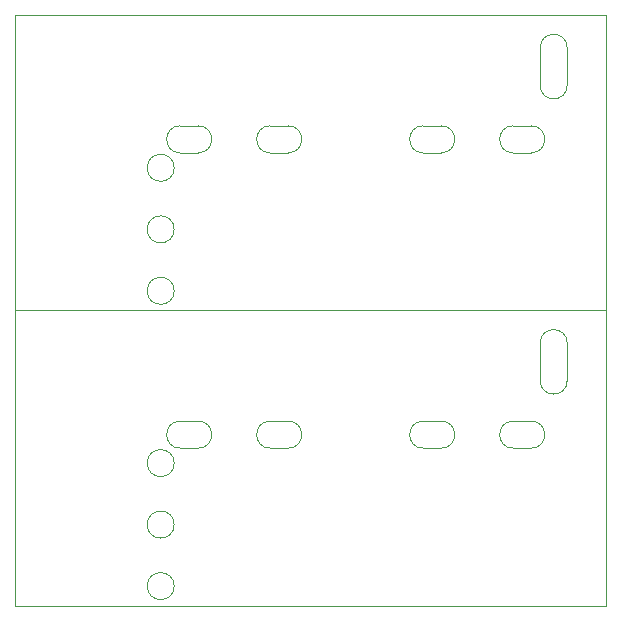
<source format=gbr>
%TF.GenerationSoftware,KiCad,Pcbnew,(5.1.10)-1*%
%TF.CreationDate,2022-01-17T19:26:09+07:00*%
%TF.ProjectId,Fan_controller_v3_pnlz1x2,46616e5f-636f-46e7-9472-6f6c6c65725f,rev?*%
%TF.SameCoordinates,Original*%
%TF.FileFunction,Profile,NP*%
%FSLAX46Y46*%
G04 Gerber Fmt 4.6, Leading zero omitted, Abs format (unit mm)*
G04 Created by KiCad (PCBNEW (5.1.10)-1) date 2022-01-17 19:26:09*
%MOMM*%
%LPD*%
G01*
G04 APERTURE LIST*
%TA.AperFunction,Profile*%
%ADD10C,0.100000*%
%TD*%
G04 APERTURE END LIST*
D10*
X127717000Y-97450000D02*
G75*
G02*
X125431000Y-97450000I-1143000J0D01*
G01*
X127717000Y-94275000D02*
X127717000Y-97450000D01*
X125431000Y-97450000D02*
X125431000Y-94275000D01*
X123145000Y-103165000D02*
G75*
G02*
X123145000Y-100879000I0J1143000D01*
G01*
X124669000Y-100879000D02*
G75*
G02*
X124669000Y-103165000I0J-1143000D01*
G01*
X123145000Y-100879000D02*
X124669000Y-100879000D01*
X123145000Y-103165000D02*
X124669000Y-103165000D01*
X115525000Y-100879000D02*
X117049000Y-100879000D01*
X115525000Y-103165000D02*
X117049000Y-103165000D01*
X115525000Y-103165000D02*
G75*
G02*
X115525000Y-100879000I0J1143000D01*
G01*
X117049000Y-100879000D02*
G75*
G02*
X117049000Y-103165000I0J-1143000D01*
G01*
X81000000Y-91500000D02*
X131000000Y-91500000D01*
X131000000Y-91500000D02*
X131000000Y-116500000D01*
X81000000Y-116500000D02*
X131000000Y-116500000D01*
X81000000Y-91500000D02*
X81000000Y-116500000D01*
X125431000Y-94275000D02*
G75*
G02*
X127717000Y-94275000I1143000J0D01*
G01*
X102571000Y-103165000D02*
X104095000Y-103165000D01*
X102571000Y-103165000D02*
G75*
G02*
X102571000Y-100879000I0J1143000D01*
G01*
X104095000Y-100879000D02*
G75*
G02*
X104095000Y-103165000I0J-1143000D01*
G01*
X102571000Y-100879000D02*
X104095000Y-100879000D01*
X94951000Y-103165000D02*
X96475000Y-103165000D01*
X94951000Y-103165000D02*
G75*
G02*
X94951000Y-100879000I0J1143000D01*
G01*
X96475000Y-100879000D02*
G75*
G02*
X96475000Y-103165000I0J-1143000D01*
G01*
X94951000Y-100879000D02*
X96475000Y-100879000D01*
X94443000Y-104435000D02*
G75*
G03*
X94443000Y-104435000I-1143000J0D01*
G01*
X94443000Y-109642000D02*
G75*
G03*
X94443000Y-109642000I-1143000J0D01*
G01*
X94443000Y-114849000D02*
G75*
G03*
X94443000Y-114849000I-1143000J0D01*
G01*
X94443000Y-89849000D02*
G75*
G03*
X94443000Y-89849000I-1143000J0D01*
G01*
X94443000Y-84642000D02*
G75*
G03*
X94443000Y-84642000I-1143000J0D01*
G01*
X94443000Y-79435000D02*
G75*
G03*
X94443000Y-79435000I-1143000J0D01*
G01*
X94951000Y-75879000D02*
X96475000Y-75879000D01*
X96475000Y-75879000D02*
G75*
G02*
X96475000Y-78165000I0J-1143000D01*
G01*
X94951000Y-78165000D02*
G75*
G02*
X94951000Y-75879000I0J1143000D01*
G01*
X94951000Y-78165000D02*
X96475000Y-78165000D01*
X102571000Y-75879000D02*
X104095000Y-75879000D01*
X104095000Y-75879000D02*
G75*
G02*
X104095000Y-78165000I0J-1143000D01*
G01*
X102571000Y-78165000D02*
G75*
G02*
X102571000Y-75879000I0J1143000D01*
G01*
X102571000Y-78165000D02*
X104095000Y-78165000D01*
X117049000Y-75879000D02*
G75*
G02*
X117049000Y-78165000I0J-1143000D01*
G01*
X115525000Y-78165000D02*
G75*
G02*
X115525000Y-75879000I0J1143000D01*
G01*
X115525000Y-78165000D02*
X117049000Y-78165000D01*
X115525000Y-75879000D02*
X117049000Y-75879000D01*
X123145000Y-78165000D02*
X124669000Y-78165000D01*
X123145000Y-75879000D02*
X124669000Y-75879000D01*
X124669000Y-75879000D02*
G75*
G02*
X124669000Y-78165000I0J-1143000D01*
G01*
X123145000Y-78165000D02*
G75*
G02*
X123145000Y-75879000I0J1143000D01*
G01*
X125431000Y-72450000D02*
X125431000Y-69275000D01*
X127717000Y-69275000D02*
X127717000Y-72450000D01*
X127717000Y-72450000D02*
G75*
G02*
X125431000Y-72450000I-1143000J0D01*
G01*
X125431000Y-69275000D02*
G75*
G02*
X127717000Y-69275000I1143000J0D01*
G01*
X81000000Y-66500000D02*
X81000000Y-91500000D01*
X81000000Y-91500000D02*
X131000000Y-91500000D01*
X131000000Y-66500000D02*
X131000000Y-91500000D01*
X81000000Y-66500000D02*
X131000000Y-66500000D01*
M02*

</source>
